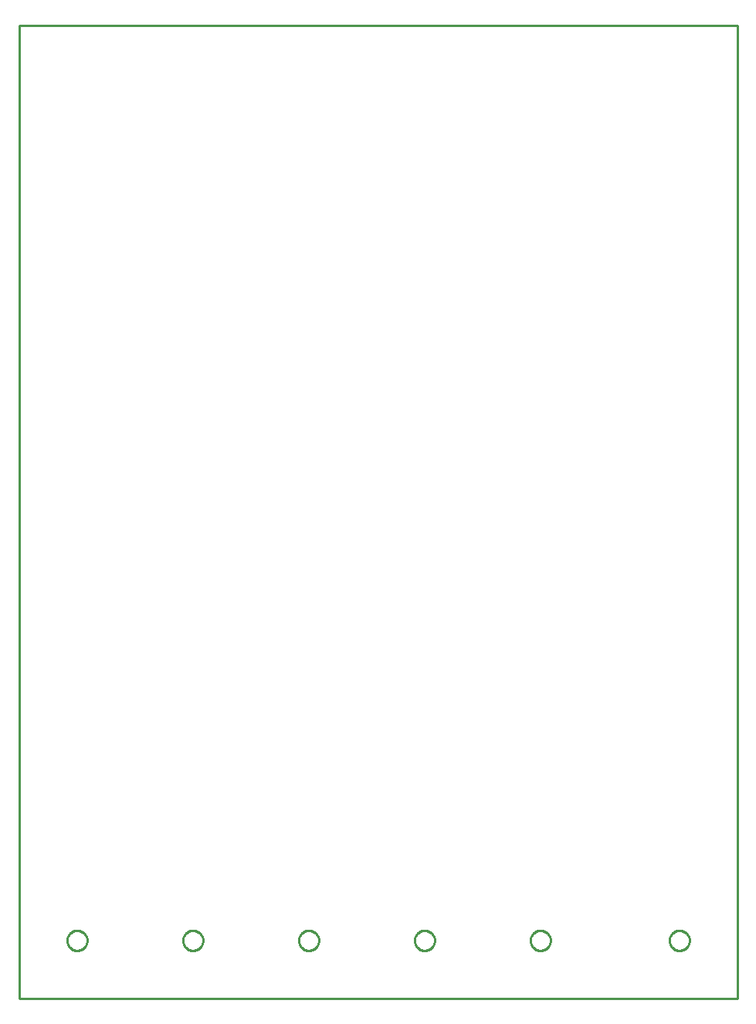
<source format=gko>
G04 EAGLE Gerber RS-274X export*
G75*
%MOMM*%
%FSLAX34Y34*%
%LPD*%
%INBoard Outline*%
%IPPOS*%
%AMOC8*
5,1,8,0,0,1.08239X$1,22.5*%
G01*
%ADD10C,0.000000*%
%ADD11C,0.254000*%


D10*
X0Y0D02*
X787200Y0D01*
X787200Y1066800D01*
X0Y1066800D01*
X0Y0D01*
X52500Y63500D02*
X52503Y63770D01*
X52513Y64040D01*
X52530Y64309D01*
X52553Y64578D01*
X52583Y64847D01*
X52619Y65114D01*
X52662Y65381D01*
X52711Y65646D01*
X52767Y65910D01*
X52830Y66173D01*
X52898Y66434D01*
X52974Y66693D01*
X53055Y66950D01*
X53143Y67206D01*
X53237Y67459D01*
X53337Y67710D01*
X53444Y67958D01*
X53556Y68203D01*
X53675Y68446D01*
X53799Y68685D01*
X53929Y68922D01*
X54065Y69155D01*
X54207Y69385D01*
X54354Y69611D01*
X54507Y69834D01*
X54665Y70053D01*
X54828Y70268D01*
X54997Y70478D01*
X55171Y70685D01*
X55350Y70887D01*
X55533Y71085D01*
X55722Y71278D01*
X55915Y71467D01*
X56113Y71650D01*
X56315Y71829D01*
X56522Y72003D01*
X56732Y72172D01*
X56947Y72335D01*
X57166Y72493D01*
X57389Y72646D01*
X57615Y72793D01*
X57845Y72935D01*
X58078Y73071D01*
X58315Y73201D01*
X58554Y73325D01*
X58797Y73444D01*
X59042Y73556D01*
X59290Y73663D01*
X59541Y73763D01*
X59794Y73857D01*
X60050Y73945D01*
X60307Y74026D01*
X60566Y74102D01*
X60827Y74170D01*
X61090Y74233D01*
X61354Y74289D01*
X61619Y74338D01*
X61886Y74381D01*
X62153Y74417D01*
X62422Y74447D01*
X62691Y74470D01*
X62960Y74487D01*
X63230Y74497D01*
X63500Y74500D01*
X63770Y74497D01*
X64040Y74487D01*
X64309Y74470D01*
X64578Y74447D01*
X64847Y74417D01*
X65114Y74381D01*
X65381Y74338D01*
X65646Y74289D01*
X65910Y74233D01*
X66173Y74170D01*
X66434Y74102D01*
X66693Y74026D01*
X66950Y73945D01*
X67206Y73857D01*
X67459Y73763D01*
X67710Y73663D01*
X67958Y73556D01*
X68203Y73444D01*
X68446Y73325D01*
X68685Y73201D01*
X68922Y73071D01*
X69155Y72935D01*
X69385Y72793D01*
X69611Y72646D01*
X69834Y72493D01*
X70053Y72335D01*
X70268Y72172D01*
X70478Y72003D01*
X70685Y71829D01*
X70887Y71650D01*
X71085Y71467D01*
X71278Y71278D01*
X71467Y71085D01*
X71650Y70887D01*
X71829Y70685D01*
X72003Y70478D01*
X72172Y70268D01*
X72335Y70053D01*
X72493Y69834D01*
X72646Y69611D01*
X72793Y69385D01*
X72935Y69155D01*
X73071Y68922D01*
X73201Y68685D01*
X73325Y68446D01*
X73444Y68203D01*
X73556Y67958D01*
X73663Y67710D01*
X73763Y67459D01*
X73857Y67206D01*
X73945Y66950D01*
X74026Y66693D01*
X74102Y66434D01*
X74170Y66173D01*
X74233Y65910D01*
X74289Y65646D01*
X74338Y65381D01*
X74381Y65114D01*
X74417Y64847D01*
X74447Y64578D01*
X74470Y64309D01*
X74487Y64040D01*
X74497Y63770D01*
X74500Y63500D01*
X74497Y63230D01*
X74487Y62960D01*
X74470Y62691D01*
X74447Y62422D01*
X74417Y62153D01*
X74381Y61886D01*
X74338Y61619D01*
X74289Y61354D01*
X74233Y61090D01*
X74170Y60827D01*
X74102Y60566D01*
X74026Y60307D01*
X73945Y60050D01*
X73857Y59794D01*
X73763Y59541D01*
X73663Y59290D01*
X73556Y59042D01*
X73444Y58797D01*
X73325Y58554D01*
X73201Y58315D01*
X73071Y58078D01*
X72935Y57845D01*
X72793Y57615D01*
X72646Y57389D01*
X72493Y57166D01*
X72335Y56947D01*
X72172Y56732D01*
X72003Y56522D01*
X71829Y56315D01*
X71650Y56113D01*
X71467Y55915D01*
X71278Y55722D01*
X71085Y55533D01*
X70887Y55350D01*
X70685Y55171D01*
X70478Y54997D01*
X70268Y54828D01*
X70053Y54665D01*
X69834Y54507D01*
X69611Y54354D01*
X69385Y54207D01*
X69155Y54065D01*
X68922Y53929D01*
X68685Y53799D01*
X68446Y53675D01*
X68203Y53556D01*
X67958Y53444D01*
X67710Y53337D01*
X67459Y53237D01*
X67206Y53143D01*
X66950Y53055D01*
X66693Y52974D01*
X66434Y52898D01*
X66173Y52830D01*
X65910Y52767D01*
X65646Y52711D01*
X65381Y52662D01*
X65114Y52619D01*
X64847Y52583D01*
X64578Y52553D01*
X64309Y52530D01*
X64040Y52513D01*
X63770Y52503D01*
X63500Y52500D01*
X63230Y52503D01*
X62960Y52513D01*
X62691Y52530D01*
X62422Y52553D01*
X62153Y52583D01*
X61886Y52619D01*
X61619Y52662D01*
X61354Y52711D01*
X61090Y52767D01*
X60827Y52830D01*
X60566Y52898D01*
X60307Y52974D01*
X60050Y53055D01*
X59794Y53143D01*
X59541Y53237D01*
X59290Y53337D01*
X59042Y53444D01*
X58797Y53556D01*
X58554Y53675D01*
X58315Y53799D01*
X58078Y53929D01*
X57845Y54065D01*
X57615Y54207D01*
X57389Y54354D01*
X57166Y54507D01*
X56947Y54665D01*
X56732Y54828D01*
X56522Y54997D01*
X56315Y55171D01*
X56113Y55350D01*
X55915Y55533D01*
X55722Y55722D01*
X55533Y55915D01*
X55350Y56113D01*
X55171Y56315D01*
X54997Y56522D01*
X54828Y56732D01*
X54665Y56947D01*
X54507Y57166D01*
X54354Y57389D01*
X54207Y57615D01*
X54065Y57845D01*
X53929Y58078D01*
X53799Y58315D01*
X53675Y58554D01*
X53556Y58797D01*
X53444Y59042D01*
X53337Y59290D01*
X53237Y59541D01*
X53143Y59794D01*
X53055Y60050D01*
X52974Y60307D01*
X52898Y60566D01*
X52830Y60827D01*
X52767Y61090D01*
X52711Y61354D01*
X52662Y61619D01*
X52619Y61886D01*
X52583Y62153D01*
X52553Y62422D01*
X52530Y62691D01*
X52513Y62960D01*
X52503Y63230D01*
X52500Y63500D01*
X179500Y63500D02*
X179503Y63770D01*
X179513Y64040D01*
X179530Y64309D01*
X179553Y64578D01*
X179583Y64847D01*
X179619Y65114D01*
X179662Y65381D01*
X179711Y65646D01*
X179767Y65910D01*
X179830Y66173D01*
X179898Y66434D01*
X179974Y66693D01*
X180055Y66950D01*
X180143Y67206D01*
X180237Y67459D01*
X180337Y67710D01*
X180444Y67958D01*
X180556Y68203D01*
X180675Y68446D01*
X180799Y68685D01*
X180929Y68922D01*
X181065Y69155D01*
X181207Y69385D01*
X181354Y69611D01*
X181507Y69834D01*
X181665Y70053D01*
X181828Y70268D01*
X181997Y70478D01*
X182171Y70685D01*
X182350Y70887D01*
X182533Y71085D01*
X182722Y71278D01*
X182915Y71467D01*
X183113Y71650D01*
X183315Y71829D01*
X183522Y72003D01*
X183732Y72172D01*
X183947Y72335D01*
X184166Y72493D01*
X184389Y72646D01*
X184615Y72793D01*
X184845Y72935D01*
X185078Y73071D01*
X185315Y73201D01*
X185554Y73325D01*
X185797Y73444D01*
X186042Y73556D01*
X186290Y73663D01*
X186541Y73763D01*
X186794Y73857D01*
X187050Y73945D01*
X187307Y74026D01*
X187566Y74102D01*
X187827Y74170D01*
X188090Y74233D01*
X188354Y74289D01*
X188619Y74338D01*
X188886Y74381D01*
X189153Y74417D01*
X189422Y74447D01*
X189691Y74470D01*
X189960Y74487D01*
X190230Y74497D01*
X190500Y74500D01*
X190770Y74497D01*
X191040Y74487D01*
X191309Y74470D01*
X191578Y74447D01*
X191847Y74417D01*
X192114Y74381D01*
X192381Y74338D01*
X192646Y74289D01*
X192910Y74233D01*
X193173Y74170D01*
X193434Y74102D01*
X193693Y74026D01*
X193950Y73945D01*
X194206Y73857D01*
X194459Y73763D01*
X194710Y73663D01*
X194958Y73556D01*
X195203Y73444D01*
X195446Y73325D01*
X195685Y73201D01*
X195922Y73071D01*
X196155Y72935D01*
X196385Y72793D01*
X196611Y72646D01*
X196834Y72493D01*
X197053Y72335D01*
X197268Y72172D01*
X197478Y72003D01*
X197685Y71829D01*
X197887Y71650D01*
X198085Y71467D01*
X198278Y71278D01*
X198467Y71085D01*
X198650Y70887D01*
X198829Y70685D01*
X199003Y70478D01*
X199172Y70268D01*
X199335Y70053D01*
X199493Y69834D01*
X199646Y69611D01*
X199793Y69385D01*
X199935Y69155D01*
X200071Y68922D01*
X200201Y68685D01*
X200325Y68446D01*
X200444Y68203D01*
X200556Y67958D01*
X200663Y67710D01*
X200763Y67459D01*
X200857Y67206D01*
X200945Y66950D01*
X201026Y66693D01*
X201102Y66434D01*
X201170Y66173D01*
X201233Y65910D01*
X201289Y65646D01*
X201338Y65381D01*
X201381Y65114D01*
X201417Y64847D01*
X201447Y64578D01*
X201470Y64309D01*
X201487Y64040D01*
X201497Y63770D01*
X201500Y63500D01*
X201497Y63230D01*
X201487Y62960D01*
X201470Y62691D01*
X201447Y62422D01*
X201417Y62153D01*
X201381Y61886D01*
X201338Y61619D01*
X201289Y61354D01*
X201233Y61090D01*
X201170Y60827D01*
X201102Y60566D01*
X201026Y60307D01*
X200945Y60050D01*
X200857Y59794D01*
X200763Y59541D01*
X200663Y59290D01*
X200556Y59042D01*
X200444Y58797D01*
X200325Y58554D01*
X200201Y58315D01*
X200071Y58078D01*
X199935Y57845D01*
X199793Y57615D01*
X199646Y57389D01*
X199493Y57166D01*
X199335Y56947D01*
X199172Y56732D01*
X199003Y56522D01*
X198829Y56315D01*
X198650Y56113D01*
X198467Y55915D01*
X198278Y55722D01*
X198085Y55533D01*
X197887Y55350D01*
X197685Y55171D01*
X197478Y54997D01*
X197268Y54828D01*
X197053Y54665D01*
X196834Y54507D01*
X196611Y54354D01*
X196385Y54207D01*
X196155Y54065D01*
X195922Y53929D01*
X195685Y53799D01*
X195446Y53675D01*
X195203Y53556D01*
X194958Y53444D01*
X194710Y53337D01*
X194459Y53237D01*
X194206Y53143D01*
X193950Y53055D01*
X193693Y52974D01*
X193434Y52898D01*
X193173Y52830D01*
X192910Y52767D01*
X192646Y52711D01*
X192381Y52662D01*
X192114Y52619D01*
X191847Y52583D01*
X191578Y52553D01*
X191309Y52530D01*
X191040Y52513D01*
X190770Y52503D01*
X190500Y52500D01*
X190230Y52503D01*
X189960Y52513D01*
X189691Y52530D01*
X189422Y52553D01*
X189153Y52583D01*
X188886Y52619D01*
X188619Y52662D01*
X188354Y52711D01*
X188090Y52767D01*
X187827Y52830D01*
X187566Y52898D01*
X187307Y52974D01*
X187050Y53055D01*
X186794Y53143D01*
X186541Y53237D01*
X186290Y53337D01*
X186042Y53444D01*
X185797Y53556D01*
X185554Y53675D01*
X185315Y53799D01*
X185078Y53929D01*
X184845Y54065D01*
X184615Y54207D01*
X184389Y54354D01*
X184166Y54507D01*
X183947Y54665D01*
X183732Y54828D01*
X183522Y54997D01*
X183315Y55171D01*
X183113Y55350D01*
X182915Y55533D01*
X182722Y55722D01*
X182533Y55915D01*
X182350Y56113D01*
X182171Y56315D01*
X181997Y56522D01*
X181828Y56732D01*
X181665Y56947D01*
X181507Y57166D01*
X181354Y57389D01*
X181207Y57615D01*
X181065Y57845D01*
X180929Y58078D01*
X180799Y58315D01*
X180675Y58554D01*
X180556Y58797D01*
X180444Y59042D01*
X180337Y59290D01*
X180237Y59541D01*
X180143Y59794D01*
X180055Y60050D01*
X179974Y60307D01*
X179898Y60566D01*
X179830Y60827D01*
X179767Y61090D01*
X179711Y61354D01*
X179662Y61619D01*
X179619Y61886D01*
X179583Y62153D01*
X179553Y62422D01*
X179530Y62691D01*
X179513Y62960D01*
X179503Y63230D01*
X179500Y63500D01*
X306500Y63500D02*
X306503Y63770D01*
X306513Y64040D01*
X306530Y64309D01*
X306553Y64578D01*
X306583Y64847D01*
X306619Y65114D01*
X306662Y65381D01*
X306711Y65646D01*
X306767Y65910D01*
X306830Y66173D01*
X306898Y66434D01*
X306974Y66693D01*
X307055Y66950D01*
X307143Y67206D01*
X307237Y67459D01*
X307337Y67710D01*
X307444Y67958D01*
X307556Y68203D01*
X307675Y68446D01*
X307799Y68685D01*
X307929Y68922D01*
X308065Y69155D01*
X308207Y69385D01*
X308354Y69611D01*
X308507Y69834D01*
X308665Y70053D01*
X308828Y70268D01*
X308997Y70478D01*
X309171Y70685D01*
X309350Y70887D01*
X309533Y71085D01*
X309722Y71278D01*
X309915Y71467D01*
X310113Y71650D01*
X310315Y71829D01*
X310522Y72003D01*
X310732Y72172D01*
X310947Y72335D01*
X311166Y72493D01*
X311389Y72646D01*
X311615Y72793D01*
X311845Y72935D01*
X312078Y73071D01*
X312315Y73201D01*
X312554Y73325D01*
X312797Y73444D01*
X313042Y73556D01*
X313290Y73663D01*
X313541Y73763D01*
X313794Y73857D01*
X314050Y73945D01*
X314307Y74026D01*
X314566Y74102D01*
X314827Y74170D01*
X315090Y74233D01*
X315354Y74289D01*
X315619Y74338D01*
X315886Y74381D01*
X316153Y74417D01*
X316422Y74447D01*
X316691Y74470D01*
X316960Y74487D01*
X317230Y74497D01*
X317500Y74500D01*
X317770Y74497D01*
X318040Y74487D01*
X318309Y74470D01*
X318578Y74447D01*
X318847Y74417D01*
X319114Y74381D01*
X319381Y74338D01*
X319646Y74289D01*
X319910Y74233D01*
X320173Y74170D01*
X320434Y74102D01*
X320693Y74026D01*
X320950Y73945D01*
X321206Y73857D01*
X321459Y73763D01*
X321710Y73663D01*
X321958Y73556D01*
X322203Y73444D01*
X322446Y73325D01*
X322685Y73201D01*
X322922Y73071D01*
X323155Y72935D01*
X323385Y72793D01*
X323611Y72646D01*
X323834Y72493D01*
X324053Y72335D01*
X324268Y72172D01*
X324478Y72003D01*
X324685Y71829D01*
X324887Y71650D01*
X325085Y71467D01*
X325278Y71278D01*
X325467Y71085D01*
X325650Y70887D01*
X325829Y70685D01*
X326003Y70478D01*
X326172Y70268D01*
X326335Y70053D01*
X326493Y69834D01*
X326646Y69611D01*
X326793Y69385D01*
X326935Y69155D01*
X327071Y68922D01*
X327201Y68685D01*
X327325Y68446D01*
X327444Y68203D01*
X327556Y67958D01*
X327663Y67710D01*
X327763Y67459D01*
X327857Y67206D01*
X327945Y66950D01*
X328026Y66693D01*
X328102Y66434D01*
X328170Y66173D01*
X328233Y65910D01*
X328289Y65646D01*
X328338Y65381D01*
X328381Y65114D01*
X328417Y64847D01*
X328447Y64578D01*
X328470Y64309D01*
X328487Y64040D01*
X328497Y63770D01*
X328500Y63500D01*
X328497Y63230D01*
X328487Y62960D01*
X328470Y62691D01*
X328447Y62422D01*
X328417Y62153D01*
X328381Y61886D01*
X328338Y61619D01*
X328289Y61354D01*
X328233Y61090D01*
X328170Y60827D01*
X328102Y60566D01*
X328026Y60307D01*
X327945Y60050D01*
X327857Y59794D01*
X327763Y59541D01*
X327663Y59290D01*
X327556Y59042D01*
X327444Y58797D01*
X327325Y58554D01*
X327201Y58315D01*
X327071Y58078D01*
X326935Y57845D01*
X326793Y57615D01*
X326646Y57389D01*
X326493Y57166D01*
X326335Y56947D01*
X326172Y56732D01*
X326003Y56522D01*
X325829Y56315D01*
X325650Y56113D01*
X325467Y55915D01*
X325278Y55722D01*
X325085Y55533D01*
X324887Y55350D01*
X324685Y55171D01*
X324478Y54997D01*
X324268Y54828D01*
X324053Y54665D01*
X323834Y54507D01*
X323611Y54354D01*
X323385Y54207D01*
X323155Y54065D01*
X322922Y53929D01*
X322685Y53799D01*
X322446Y53675D01*
X322203Y53556D01*
X321958Y53444D01*
X321710Y53337D01*
X321459Y53237D01*
X321206Y53143D01*
X320950Y53055D01*
X320693Y52974D01*
X320434Y52898D01*
X320173Y52830D01*
X319910Y52767D01*
X319646Y52711D01*
X319381Y52662D01*
X319114Y52619D01*
X318847Y52583D01*
X318578Y52553D01*
X318309Y52530D01*
X318040Y52513D01*
X317770Y52503D01*
X317500Y52500D01*
X317230Y52503D01*
X316960Y52513D01*
X316691Y52530D01*
X316422Y52553D01*
X316153Y52583D01*
X315886Y52619D01*
X315619Y52662D01*
X315354Y52711D01*
X315090Y52767D01*
X314827Y52830D01*
X314566Y52898D01*
X314307Y52974D01*
X314050Y53055D01*
X313794Y53143D01*
X313541Y53237D01*
X313290Y53337D01*
X313042Y53444D01*
X312797Y53556D01*
X312554Y53675D01*
X312315Y53799D01*
X312078Y53929D01*
X311845Y54065D01*
X311615Y54207D01*
X311389Y54354D01*
X311166Y54507D01*
X310947Y54665D01*
X310732Y54828D01*
X310522Y54997D01*
X310315Y55171D01*
X310113Y55350D01*
X309915Y55533D01*
X309722Y55722D01*
X309533Y55915D01*
X309350Y56113D01*
X309171Y56315D01*
X308997Y56522D01*
X308828Y56732D01*
X308665Y56947D01*
X308507Y57166D01*
X308354Y57389D01*
X308207Y57615D01*
X308065Y57845D01*
X307929Y58078D01*
X307799Y58315D01*
X307675Y58554D01*
X307556Y58797D01*
X307444Y59042D01*
X307337Y59290D01*
X307237Y59541D01*
X307143Y59794D01*
X307055Y60050D01*
X306974Y60307D01*
X306898Y60566D01*
X306830Y60827D01*
X306767Y61090D01*
X306711Y61354D01*
X306662Y61619D01*
X306619Y61886D01*
X306583Y62153D01*
X306553Y62422D01*
X306530Y62691D01*
X306513Y62960D01*
X306503Y63230D01*
X306500Y63500D01*
X433500Y63500D02*
X433503Y63770D01*
X433513Y64040D01*
X433530Y64309D01*
X433553Y64578D01*
X433583Y64847D01*
X433619Y65114D01*
X433662Y65381D01*
X433711Y65646D01*
X433767Y65910D01*
X433830Y66173D01*
X433898Y66434D01*
X433974Y66693D01*
X434055Y66950D01*
X434143Y67206D01*
X434237Y67459D01*
X434337Y67710D01*
X434444Y67958D01*
X434556Y68203D01*
X434675Y68446D01*
X434799Y68685D01*
X434929Y68922D01*
X435065Y69155D01*
X435207Y69385D01*
X435354Y69611D01*
X435507Y69834D01*
X435665Y70053D01*
X435828Y70268D01*
X435997Y70478D01*
X436171Y70685D01*
X436350Y70887D01*
X436533Y71085D01*
X436722Y71278D01*
X436915Y71467D01*
X437113Y71650D01*
X437315Y71829D01*
X437522Y72003D01*
X437732Y72172D01*
X437947Y72335D01*
X438166Y72493D01*
X438389Y72646D01*
X438615Y72793D01*
X438845Y72935D01*
X439078Y73071D01*
X439315Y73201D01*
X439554Y73325D01*
X439797Y73444D01*
X440042Y73556D01*
X440290Y73663D01*
X440541Y73763D01*
X440794Y73857D01*
X441050Y73945D01*
X441307Y74026D01*
X441566Y74102D01*
X441827Y74170D01*
X442090Y74233D01*
X442354Y74289D01*
X442619Y74338D01*
X442886Y74381D01*
X443153Y74417D01*
X443422Y74447D01*
X443691Y74470D01*
X443960Y74487D01*
X444230Y74497D01*
X444500Y74500D01*
X444770Y74497D01*
X445040Y74487D01*
X445309Y74470D01*
X445578Y74447D01*
X445847Y74417D01*
X446114Y74381D01*
X446381Y74338D01*
X446646Y74289D01*
X446910Y74233D01*
X447173Y74170D01*
X447434Y74102D01*
X447693Y74026D01*
X447950Y73945D01*
X448206Y73857D01*
X448459Y73763D01*
X448710Y73663D01*
X448958Y73556D01*
X449203Y73444D01*
X449446Y73325D01*
X449685Y73201D01*
X449922Y73071D01*
X450155Y72935D01*
X450385Y72793D01*
X450611Y72646D01*
X450834Y72493D01*
X451053Y72335D01*
X451268Y72172D01*
X451478Y72003D01*
X451685Y71829D01*
X451887Y71650D01*
X452085Y71467D01*
X452278Y71278D01*
X452467Y71085D01*
X452650Y70887D01*
X452829Y70685D01*
X453003Y70478D01*
X453172Y70268D01*
X453335Y70053D01*
X453493Y69834D01*
X453646Y69611D01*
X453793Y69385D01*
X453935Y69155D01*
X454071Y68922D01*
X454201Y68685D01*
X454325Y68446D01*
X454444Y68203D01*
X454556Y67958D01*
X454663Y67710D01*
X454763Y67459D01*
X454857Y67206D01*
X454945Y66950D01*
X455026Y66693D01*
X455102Y66434D01*
X455170Y66173D01*
X455233Y65910D01*
X455289Y65646D01*
X455338Y65381D01*
X455381Y65114D01*
X455417Y64847D01*
X455447Y64578D01*
X455470Y64309D01*
X455487Y64040D01*
X455497Y63770D01*
X455500Y63500D01*
X455497Y63230D01*
X455487Y62960D01*
X455470Y62691D01*
X455447Y62422D01*
X455417Y62153D01*
X455381Y61886D01*
X455338Y61619D01*
X455289Y61354D01*
X455233Y61090D01*
X455170Y60827D01*
X455102Y60566D01*
X455026Y60307D01*
X454945Y60050D01*
X454857Y59794D01*
X454763Y59541D01*
X454663Y59290D01*
X454556Y59042D01*
X454444Y58797D01*
X454325Y58554D01*
X454201Y58315D01*
X454071Y58078D01*
X453935Y57845D01*
X453793Y57615D01*
X453646Y57389D01*
X453493Y57166D01*
X453335Y56947D01*
X453172Y56732D01*
X453003Y56522D01*
X452829Y56315D01*
X452650Y56113D01*
X452467Y55915D01*
X452278Y55722D01*
X452085Y55533D01*
X451887Y55350D01*
X451685Y55171D01*
X451478Y54997D01*
X451268Y54828D01*
X451053Y54665D01*
X450834Y54507D01*
X450611Y54354D01*
X450385Y54207D01*
X450155Y54065D01*
X449922Y53929D01*
X449685Y53799D01*
X449446Y53675D01*
X449203Y53556D01*
X448958Y53444D01*
X448710Y53337D01*
X448459Y53237D01*
X448206Y53143D01*
X447950Y53055D01*
X447693Y52974D01*
X447434Y52898D01*
X447173Y52830D01*
X446910Y52767D01*
X446646Y52711D01*
X446381Y52662D01*
X446114Y52619D01*
X445847Y52583D01*
X445578Y52553D01*
X445309Y52530D01*
X445040Y52513D01*
X444770Y52503D01*
X444500Y52500D01*
X444230Y52503D01*
X443960Y52513D01*
X443691Y52530D01*
X443422Y52553D01*
X443153Y52583D01*
X442886Y52619D01*
X442619Y52662D01*
X442354Y52711D01*
X442090Y52767D01*
X441827Y52830D01*
X441566Y52898D01*
X441307Y52974D01*
X441050Y53055D01*
X440794Y53143D01*
X440541Y53237D01*
X440290Y53337D01*
X440042Y53444D01*
X439797Y53556D01*
X439554Y53675D01*
X439315Y53799D01*
X439078Y53929D01*
X438845Y54065D01*
X438615Y54207D01*
X438389Y54354D01*
X438166Y54507D01*
X437947Y54665D01*
X437732Y54828D01*
X437522Y54997D01*
X437315Y55171D01*
X437113Y55350D01*
X436915Y55533D01*
X436722Y55722D01*
X436533Y55915D01*
X436350Y56113D01*
X436171Y56315D01*
X435997Y56522D01*
X435828Y56732D01*
X435665Y56947D01*
X435507Y57166D01*
X435354Y57389D01*
X435207Y57615D01*
X435065Y57845D01*
X434929Y58078D01*
X434799Y58315D01*
X434675Y58554D01*
X434556Y58797D01*
X434444Y59042D01*
X434337Y59290D01*
X434237Y59541D01*
X434143Y59794D01*
X434055Y60050D01*
X433974Y60307D01*
X433898Y60566D01*
X433830Y60827D01*
X433767Y61090D01*
X433711Y61354D01*
X433662Y61619D01*
X433619Y61886D01*
X433583Y62153D01*
X433553Y62422D01*
X433530Y62691D01*
X433513Y62960D01*
X433503Y63230D01*
X433500Y63500D01*
X560500Y63500D02*
X560503Y63770D01*
X560513Y64040D01*
X560530Y64309D01*
X560553Y64578D01*
X560583Y64847D01*
X560619Y65114D01*
X560662Y65381D01*
X560711Y65646D01*
X560767Y65910D01*
X560830Y66173D01*
X560898Y66434D01*
X560974Y66693D01*
X561055Y66950D01*
X561143Y67206D01*
X561237Y67459D01*
X561337Y67710D01*
X561444Y67958D01*
X561556Y68203D01*
X561675Y68446D01*
X561799Y68685D01*
X561929Y68922D01*
X562065Y69155D01*
X562207Y69385D01*
X562354Y69611D01*
X562507Y69834D01*
X562665Y70053D01*
X562828Y70268D01*
X562997Y70478D01*
X563171Y70685D01*
X563350Y70887D01*
X563533Y71085D01*
X563722Y71278D01*
X563915Y71467D01*
X564113Y71650D01*
X564315Y71829D01*
X564522Y72003D01*
X564732Y72172D01*
X564947Y72335D01*
X565166Y72493D01*
X565389Y72646D01*
X565615Y72793D01*
X565845Y72935D01*
X566078Y73071D01*
X566315Y73201D01*
X566554Y73325D01*
X566797Y73444D01*
X567042Y73556D01*
X567290Y73663D01*
X567541Y73763D01*
X567794Y73857D01*
X568050Y73945D01*
X568307Y74026D01*
X568566Y74102D01*
X568827Y74170D01*
X569090Y74233D01*
X569354Y74289D01*
X569619Y74338D01*
X569886Y74381D01*
X570153Y74417D01*
X570422Y74447D01*
X570691Y74470D01*
X570960Y74487D01*
X571230Y74497D01*
X571500Y74500D01*
X571770Y74497D01*
X572040Y74487D01*
X572309Y74470D01*
X572578Y74447D01*
X572847Y74417D01*
X573114Y74381D01*
X573381Y74338D01*
X573646Y74289D01*
X573910Y74233D01*
X574173Y74170D01*
X574434Y74102D01*
X574693Y74026D01*
X574950Y73945D01*
X575206Y73857D01*
X575459Y73763D01*
X575710Y73663D01*
X575958Y73556D01*
X576203Y73444D01*
X576446Y73325D01*
X576685Y73201D01*
X576922Y73071D01*
X577155Y72935D01*
X577385Y72793D01*
X577611Y72646D01*
X577834Y72493D01*
X578053Y72335D01*
X578268Y72172D01*
X578478Y72003D01*
X578685Y71829D01*
X578887Y71650D01*
X579085Y71467D01*
X579278Y71278D01*
X579467Y71085D01*
X579650Y70887D01*
X579829Y70685D01*
X580003Y70478D01*
X580172Y70268D01*
X580335Y70053D01*
X580493Y69834D01*
X580646Y69611D01*
X580793Y69385D01*
X580935Y69155D01*
X581071Y68922D01*
X581201Y68685D01*
X581325Y68446D01*
X581444Y68203D01*
X581556Y67958D01*
X581663Y67710D01*
X581763Y67459D01*
X581857Y67206D01*
X581945Y66950D01*
X582026Y66693D01*
X582102Y66434D01*
X582170Y66173D01*
X582233Y65910D01*
X582289Y65646D01*
X582338Y65381D01*
X582381Y65114D01*
X582417Y64847D01*
X582447Y64578D01*
X582470Y64309D01*
X582487Y64040D01*
X582497Y63770D01*
X582500Y63500D01*
X582497Y63230D01*
X582487Y62960D01*
X582470Y62691D01*
X582447Y62422D01*
X582417Y62153D01*
X582381Y61886D01*
X582338Y61619D01*
X582289Y61354D01*
X582233Y61090D01*
X582170Y60827D01*
X582102Y60566D01*
X582026Y60307D01*
X581945Y60050D01*
X581857Y59794D01*
X581763Y59541D01*
X581663Y59290D01*
X581556Y59042D01*
X581444Y58797D01*
X581325Y58554D01*
X581201Y58315D01*
X581071Y58078D01*
X580935Y57845D01*
X580793Y57615D01*
X580646Y57389D01*
X580493Y57166D01*
X580335Y56947D01*
X580172Y56732D01*
X580003Y56522D01*
X579829Y56315D01*
X579650Y56113D01*
X579467Y55915D01*
X579278Y55722D01*
X579085Y55533D01*
X578887Y55350D01*
X578685Y55171D01*
X578478Y54997D01*
X578268Y54828D01*
X578053Y54665D01*
X577834Y54507D01*
X577611Y54354D01*
X577385Y54207D01*
X577155Y54065D01*
X576922Y53929D01*
X576685Y53799D01*
X576446Y53675D01*
X576203Y53556D01*
X575958Y53444D01*
X575710Y53337D01*
X575459Y53237D01*
X575206Y53143D01*
X574950Y53055D01*
X574693Y52974D01*
X574434Y52898D01*
X574173Y52830D01*
X573910Y52767D01*
X573646Y52711D01*
X573381Y52662D01*
X573114Y52619D01*
X572847Y52583D01*
X572578Y52553D01*
X572309Y52530D01*
X572040Y52513D01*
X571770Y52503D01*
X571500Y52500D01*
X571230Y52503D01*
X570960Y52513D01*
X570691Y52530D01*
X570422Y52553D01*
X570153Y52583D01*
X569886Y52619D01*
X569619Y52662D01*
X569354Y52711D01*
X569090Y52767D01*
X568827Y52830D01*
X568566Y52898D01*
X568307Y52974D01*
X568050Y53055D01*
X567794Y53143D01*
X567541Y53237D01*
X567290Y53337D01*
X567042Y53444D01*
X566797Y53556D01*
X566554Y53675D01*
X566315Y53799D01*
X566078Y53929D01*
X565845Y54065D01*
X565615Y54207D01*
X565389Y54354D01*
X565166Y54507D01*
X564947Y54665D01*
X564732Y54828D01*
X564522Y54997D01*
X564315Y55171D01*
X564113Y55350D01*
X563915Y55533D01*
X563722Y55722D01*
X563533Y55915D01*
X563350Y56113D01*
X563171Y56315D01*
X562997Y56522D01*
X562828Y56732D01*
X562665Y56947D01*
X562507Y57166D01*
X562354Y57389D01*
X562207Y57615D01*
X562065Y57845D01*
X561929Y58078D01*
X561799Y58315D01*
X561675Y58554D01*
X561556Y58797D01*
X561444Y59042D01*
X561337Y59290D01*
X561237Y59541D01*
X561143Y59794D01*
X561055Y60050D01*
X560974Y60307D01*
X560898Y60566D01*
X560830Y60827D01*
X560767Y61090D01*
X560711Y61354D01*
X560662Y61619D01*
X560619Y61886D01*
X560583Y62153D01*
X560553Y62422D01*
X560530Y62691D01*
X560513Y62960D01*
X560503Y63230D01*
X560500Y63500D01*
X712900Y63500D02*
X712903Y63770D01*
X712913Y64040D01*
X712930Y64309D01*
X712953Y64578D01*
X712983Y64847D01*
X713019Y65114D01*
X713062Y65381D01*
X713111Y65646D01*
X713167Y65910D01*
X713230Y66173D01*
X713298Y66434D01*
X713374Y66693D01*
X713455Y66950D01*
X713543Y67206D01*
X713637Y67459D01*
X713737Y67710D01*
X713844Y67958D01*
X713956Y68203D01*
X714075Y68446D01*
X714199Y68685D01*
X714329Y68922D01*
X714465Y69155D01*
X714607Y69385D01*
X714754Y69611D01*
X714907Y69834D01*
X715065Y70053D01*
X715228Y70268D01*
X715397Y70478D01*
X715571Y70685D01*
X715750Y70887D01*
X715933Y71085D01*
X716122Y71278D01*
X716315Y71467D01*
X716513Y71650D01*
X716715Y71829D01*
X716922Y72003D01*
X717132Y72172D01*
X717347Y72335D01*
X717566Y72493D01*
X717789Y72646D01*
X718015Y72793D01*
X718245Y72935D01*
X718478Y73071D01*
X718715Y73201D01*
X718954Y73325D01*
X719197Y73444D01*
X719442Y73556D01*
X719690Y73663D01*
X719941Y73763D01*
X720194Y73857D01*
X720450Y73945D01*
X720707Y74026D01*
X720966Y74102D01*
X721227Y74170D01*
X721490Y74233D01*
X721754Y74289D01*
X722019Y74338D01*
X722286Y74381D01*
X722553Y74417D01*
X722822Y74447D01*
X723091Y74470D01*
X723360Y74487D01*
X723630Y74497D01*
X723900Y74500D01*
X724170Y74497D01*
X724440Y74487D01*
X724709Y74470D01*
X724978Y74447D01*
X725247Y74417D01*
X725514Y74381D01*
X725781Y74338D01*
X726046Y74289D01*
X726310Y74233D01*
X726573Y74170D01*
X726834Y74102D01*
X727093Y74026D01*
X727350Y73945D01*
X727606Y73857D01*
X727859Y73763D01*
X728110Y73663D01*
X728358Y73556D01*
X728603Y73444D01*
X728846Y73325D01*
X729085Y73201D01*
X729322Y73071D01*
X729555Y72935D01*
X729785Y72793D01*
X730011Y72646D01*
X730234Y72493D01*
X730453Y72335D01*
X730668Y72172D01*
X730878Y72003D01*
X731085Y71829D01*
X731287Y71650D01*
X731485Y71467D01*
X731678Y71278D01*
X731867Y71085D01*
X732050Y70887D01*
X732229Y70685D01*
X732403Y70478D01*
X732572Y70268D01*
X732735Y70053D01*
X732893Y69834D01*
X733046Y69611D01*
X733193Y69385D01*
X733335Y69155D01*
X733471Y68922D01*
X733601Y68685D01*
X733725Y68446D01*
X733844Y68203D01*
X733956Y67958D01*
X734063Y67710D01*
X734163Y67459D01*
X734257Y67206D01*
X734345Y66950D01*
X734426Y66693D01*
X734502Y66434D01*
X734570Y66173D01*
X734633Y65910D01*
X734689Y65646D01*
X734738Y65381D01*
X734781Y65114D01*
X734817Y64847D01*
X734847Y64578D01*
X734870Y64309D01*
X734887Y64040D01*
X734897Y63770D01*
X734900Y63500D01*
X734897Y63230D01*
X734887Y62960D01*
X734870Y62691D01*
X734847Y62422D01*
X734817Y62153D01*
X734781Y61886D01*
X734738Y61619D01*
X734689Y61354D01*
X734633Y61090D01*
X734570Y60827D01*
X734502Y60566D01*
X734426Y60307D01*
X734345Y60050D01*
X734257Y59794D01*
X734163Y59541D01*
X734063Y59290D01*
X733956Y59042D01*
X733844Y58797D01*
X733725Y58554D01*
X733601Y58315D01*
X733471Y58078D01*
X733335Y57845D01*
X733193Y57615D01*
X733046Y57389D01*
X732893Y57166D01*
X732735Y56947D01*
X732572Y56732D01*
X732403Y56522D01*
X732229Y56315D01*
X732050Y56113D01*
X731867Y55915D01*
X731678Y55722D01*
X731485Y55533D01*
X731287Y55350D01*
X731085Y55171D01*
X730878Y54997D01*
X730668Y54828D01*
X730453Y54665D01*
X730234Y54507D01*
X730011Y54354D01*
X729785Y54207D01*
X729555Y54065D01*
X729322Y53929D01*
X729085Y53799D01*
X728846Y53675D01*
X728603Y53556D01*
X728358Y53444D01*
X728110Y53337D01*
X727859Y53237D01*
X727606Y53143D01*
X727350Y53055D01*
X727093Y52974D01*
X726834Y52898D01*
X726573Y52830D01*
X726310Y52767D01*
X726046Y52711D01*
X725781Y52662D01*
X725514Y52619D01*
X725247Y52583D01*
X724978Y52553D01*
X724709Y52530D01*
X724440Y52513D01*
X724170Y52503D01*
X723900Y52500D01*
X723630Y52503D01*
X723360Y52513D01*
X723091Y52530D01*
X722822Y52553D01*
X722553Y52583D01*
X722286Y52619D01*
X722019Y52662D01*
X721754Y52711D01*
X721490Y52767D01*
X721227Y52830D01*
X720966Y52898D01*
X720707Y52974D01*
X720450Y53055D01*
X720194Y53143D01*
X719941Y53237D01*
X719690Y53337D01*
X719442Y53444D01*
X719197Y53556D01*
X718954Y53675D01*
X718715Y53799D01*
X718478Y53929D01*
X718245Y54065D01*
X718015Y54207D01*
X717789Y54354D01*
X717566Y54507D01*
X717347Y54665D01*
X717132Y54828D01*
X716922Y54997D01*
X716715Y55171D01*
X716513Y55350D01*
X716315Y55533D01*
X716122Y55722D01*
X715933Y55915D01*
X715750Y56113D01*
X715571Y56315D01*
X715397Y56522D01*
X715228Y56732D01*
X715065Y56947D01*
X714907Y57166D01*
X714754Y57389D01*
X714607Y57615D01*
X714465Y57845D01*
X714329Y58078D01*
X714199Y58315D01*
X714075Y58554D01*
X713956Y58797D01*
X713844Y59042D01*
X713737Y59290D01*
X713637Y59541D01*
X713543Y59794D01*
X713455Y60050D01*
X713374Y60307D01*
X713298Y60566D01*
X713230Y60827D01*
X713167Y61090D01*
X713111Y61354D01*
X713062Y61619D01*
X713019Y61886D01*
X712983Y62153D01*
X712953Y62422D01*
X712930Y62691D01*
X712913Y62960D01*
X712903Y63230D01*
X712900Y63500D01*
D11*
X0Y0D02*
X787200Y0D01*
X787200Y1066800D01*
X0Y1066800D01*
X0Y0D01*
X63932Y74500D02*
X64794Y74432D01*
X65648Y74297D01*
X66488Y74095D01*
X67310Y73828D01*
X68109Y73497D01*
X68879Y73105D01*
X69616Y72653D01*
X70315Y72145D01*
X70973Y71584D01*
X71584Y70973D01*
X72145Y70315D01*
X72653Y69616D01*
X73105Y68879D01*
X73497Y68109D01*
X73828Y67310D01*
X74095Y66488D01*
X74297Y65648D01*
X74432Y64794D01*
X74500Y63932D01*
X74500Y63068D01*
X74432Y62206D01*
X74297Y61352D01*
X74095Y60512D01*
X73828Y59690D01*
X73497Y58891D01*
X73105Y58121D01*
X72653Y57384D01*
X72145Y56685D01*
X71584Y56027D01*
X70973Y55416D01*
X70315Y54855D01*
X69616Y54347D01*
X68879Y53895D01*
X68109Y53503D01*
X67310Y53172D01*
X66488Y52905D01*
X65648Y52703D01*
X64794Y52568D01*
X63932Y52500D01*
X63068Y52500D01*
X62206Y52568D01*
X61352Y52703D01*
X60512Y52905D01*
X59690Y53172D01*
X58891Y53503D01*
X58121Y53895D01*
X57384Y54347D01*
X56685Y54855D01*
X56027Y55416D01*
X55416Y56027D01*
X54855Y56685D01*
X54347Y57384D01*
X53895Y58121D01*
X53503Y58891D01*
X53172Y59690D01*
X52905Y60512D01*
X52703Y61352D01*
X52568Y62206D01*
X52500Y63068D01*
X52500Y63932D01*
X52568Y64794D01*
X52703Y65648D01*
X52905Y66488D01*
X53172Y67310D01*
X53503Y68109D01*
X53895Y68879D01*
X54347Y69616D01*
X54855Y70315D01*
X55416Y70973D01*
X56027Y71584D01*
X56685Y72145D01*
X57384Y72653D01*
X58121Y73105D01*
X58891Y73497D01*
X59690Y73828D01*
X60512Y74095D01*
X61352Y74297D01*
X62206Y74432D01*
X63068Y74500D01*
X63932Y74500D01*
X190932Y74500D02*
X191794Y74432D01*
X192648Y74297D01*
X193488Y74095D01*
X194310Y73828D01*
X195109Y73497D01*
X195879Y73105D01*
X196616Y72653D01*
X197315Y72145D01*
X197973Y71584D01*
X198584Y70973D01*
X199145Y70315D01*
X199653Y69616D01*
X200105Y68879D01*
X200497Y68109D01*
X200828Y67310D01*
X201095Y66488D01*
X201297Y65648D01*
X201432Y64794D01*
X201500Y63932D01*
X201500Y63068D01*
X201432Y62206D01*
X201297Y61352D01*
X201095Y60512D01*
X200828Y59690D01*
X200497Y58891D01*
X200105Y58121D01*
X199653Y57384D01*
X199145Y56685D01*
X198584Y56027D01*
X197973Y55416D01*
X197315Y54855D01*
X196616Y54347D01*
X195879Y53895D01*
X195109Y53503D01*
X194310Y53172D01*
X193488Y52905D01*
X192648Y52703D01*
X191794Y52568D01*
X190932Y52500D01*
X190068Y52500D01*
X189206Y52568D01*
X188352Y52703D01*
X187512Y52905D01*
X186690Y53172D01*
X185891Y53503D01*
X185121Y53895D01*
X184384Y54347D01*
X183685Y54855D01*
X183027Y55416D01*
X182416Y56027D01*
X181855Y56685D01*
X181347Y57384D01*
X180895Y58121D01*
X180503Y58891D01*
X180172Y59690D01*
X179905Y60512D01*
X179703Y61352D01*
X179568Y62206D01*
X179500Y63068D01*
X179500Y63932D01*
X179568Y64794D01*
X179703Y65648D01*
X179905Y66488D01*
X180172Y67310D01*
X180503Y68109D01*
X180895Y68879D01*
X181347Y69616D01*
X181855Y70315D01*
X182416Y70973D01*
X183027Y71584D01*
X183685Y72145D01*
X184384Y72653D01*
X185121Y73105D01*
X185891Y73497D01*
X186690Y73828D01*
X187512Y74095D01*
X188352Y74297D01*
X189206Y74432D01*
X190068Y74500D01*
X190932Y74500D01*
X317932Y74500D02*
X318794Y74432D01*
X319648Y74297D01*
X320488Y74095D01*
X321310Y73828D01*
X322109Y73497D01*
X322879Y73105D01*
X323616Y72653D01*
X324315Y72145D01*
X324973Y71584D01*
X325584Y70973D01*
X326145Y70315D01*
X326653Y69616D01*
X327105Y68879D01*
X327497Y68109D01*
X327828Y67310D01*
X328095Y66488D01*
X328297Y65648D01*
X328432Y64794D01*
X328500Y63932D01*
X328500Y63068D01*
X328432Y62206D01*
X328297Y61352D01*
X328095Y60512D01*
X327828Y59690D01*
X327497Y58891D01*
X327105Y58121D01*
X326653Y57384D01*
X326145Y56685D01*
X325584Y56027D01*
X324973Y55416D01*
X324315Y54855D01*
X323616Y54347D01*
X322879Y53895D01*
X322109Y53503D01*
X321310Y53172D01*
X320488Y52905D01*
X319648Y52703D01*
X318794Y52568D01*
X317932Y52500D01*
X317068Y52500D01*
X316206Y52568D01*
X315352Y52703D01*
X314512Y52905D01*
X313690Y53172D01*
X312891Y53503D01*
X312121Y53895D01*
X311384Y54347D01*
X310685Y54855D01*
X310027Y55416D01*
X309416Y56027D01*
X308855Y56685D01*
X308347Y57384D01*
X307895Y58121D01*
X307503Y58891D01*
X307172Y59690D01*
X306905Y60512D01*
X306703Y61352D01*
X306568Y62206D01*
X306500Y63068D01*
X306500Y63932D01*
X306568Y64794D01*
X306703Y65648D01*
X306905Y66488D01*
X307172Y67310D01*
X307503Y68109D01*
X307895Y68879D01*
X308347Y69616D01*
X308855Y70315D01*
X309416Y70973D01*
X310027Y71584D01*
X310685Y72145D01*
X311384Y72653D01*
X312121Y73105D01*
X312891Y73497D01*
X313690Y73828D01*
X314512Y74095D01*
X315352Y74297D01*
X316206Y74432D01*
X317068Y74500D01*
X317932Y74500D01*
X444932Y74500D02*
X445794Y74432D01*
X446648Y74297D01*
X447488Y74095D01*
X448310Y73828D01*
X449109Y73497D01*
X449879Y73105D01*
X450616Y72653D01*
X451315Y72145D01*
X451973Y71584D01*
X452584Y70973D01*
X453145Y70315D01*
X453653Y69616D01*
X454105Y68879D01*
X454497Y68109D01*
X454828Y67310D01*
X455095Y66488D01*
X455297Y65648D01*
X455432Y64794D01*
X455500Y63932D01*
X455500Y63068D01*
X455432Y62206D01*
X455297Y61352D01*
X455095Y60512D01*
X454828Y59690D01*
X454497Y58891D01*
X454105Y58121D01*
X453653Y57384D01*
X453145Y56685D01*
X452584Y56027D01*
X451973Y55416D01*
X451315Y54855D01*
X450616Y54347D01*
X449879Y53895D01*
X449109Y53503D01*
X448310Y53172D01*
X447488Y52905D01*
X446648Y52703D01*
X445794Y52568D01*
X444932Y52500D01*
X444068Y52500D01*
X443206Y52568D01*
X442352Y52703D01*
X441512Y52905D01*
X440690Y53172D01*
X439891Y53503D01*
X439121Y53895D01*
X438384Y54347D01*
X437685Y54855D01*
X437027Y55416D01*
X436416Y56027D01*
X435855Y56685D01*
X435347Y57384D01*
X434895Y58121D01*
X434503Y58891D01*
X434172Y59690D01*
X433905Y60512D01*
X433703Y61352D01*
X433568Y62206D01*
X433500Y63068D01*
X433500Y63932D01*
X433568Y64794D01*
X433703Y65648D01*
X433905Y66488D01*
X434172Y67310D01*
X434503Y68109D01*
X434895Y68879D01*
X435347Y69616D01*
X435855Y70315D01*
X436416Y70973D01*
X437027Y71584D01*
X437685Y72145D01*
X438384Y72653D01*
X439121Y73105D01*
X439891Y73497D01*
X440690Y73828D01*
X441512Y74095D01*
X442352Y74297D01*
X443206Y74432D01*
X444068Y74500D01*
X444932Y74500D01*
X571932Y74500D02*
X572794Y74432D01*
X573648Y74297D01*
X574488Y74095D01*
X575310Y73828D01*
X576109Y73497D01*
X576879Y73105D01*
X577616Y72653D01*
X578315Y72145D01*
X578973Y71584D01*
X579584Y70973D01*
X580145Y70315D01*
X580653Y69616D01*
X581105Y68879D01*
X581497Y68109D01*
X581828Y67310D01*
X582095Y66488D01*
X582297Y65648D01*
X582432Y64794D01*
X582500Y63932D01*
X582500Y63068D01*
X582432Y62206D01*
X582297Y61352D01*
X582095Y60512D01*
X581828Y59690D01*
X581497Y58891D01*
X581105Y58121D01*
X580653Y57384D01*
X580145Y56685D01*
X579584Y56027D01*
X578973Y55416D01*
X578315Y54855D01*
X577616Y54347D01*
X576879Y53895D01*
X576109Y53503D01*
X575310Y53172D01*
X574488Y52905D01*
X573648Y52703D01*
X572794Y52568D01*
X571932Y52500D01*
X571068Y52500D01*
X570206Y52568D01*
X569352Y52703D01*
X568512Y52905D01*
X567690Y53172D01*
X566891Y53503D01*
X566121Y53895D01*
X565384Y54347D01*
X564685Y54855D01*
X564027Y55416D01*
X563416Y56027D01*
X562855Y56685D01*
X562347Y57384D01*
X561895Y58121D01*
X561503Y58891D01*
X561172Y59690D01*
X560905Y60512D01*
X560703Y61352D01*
X560568Y62206D01*
X560500Y63068D01*
X560500Y63932D01*
X560568Y64794D01*
X560703Y65648D01*
X560905Y66488D01*
X561172Y67310D01*
X561503Y68109D01*
X561895Y68879D01*
X562347Y69616D01*
X562855Y70315D01*
X563416Y70973D01*
X564027Y71584D01*
X564685Y72145D01*
X565384Y72653D01*
X566121Y73105D01*
X566891Y73497D01*
X567690Y73828D01*
X568512Y74095D01*
X569352Y74297D01*
X570206Y74432D01*
X571068Y74500D01*
X571932Y74500D01*
X723468Y52500D02*
X722606Y52568D01*
X721752Y52703D01*
X720912Y52905D01*
X720090Y53172D01*
X719291Y53503D01*
X718521Y53895D01*
X717784Y54347D01*
X717085Y54855D01*
X716427Y55416D01*
X715816Y56027D01*
X715255Y56685D01*
X714747Y57384D01*
X714295Y58121D01*
X713903Y58891D01*
X713572Y59690D01*
X713305Y60512D01*
X713103Y61352D01*
X712968Y62206D01*
X712900Y63068D01*
X712900Y63932D01*
X712968Y64794D01*
X713103Y65648D01*
X713305Y66488D01*
X713572Y67310D01*
X713903Y68109D01*
X714295Y68879D01*
X714747Y69616D01*
X715255Y70315D01*
X715816Y70973D01*
X716427Y71584D01*
X717085Y72145D01*
X717784Y72653D01*
X718521Y73105D01*
X719291Y73497D01*
X720090Y73828D01*
X720912Y74095D01*
X721752Y74297D01*
X722606Y74432D01*
X723468Y74500D01*
X724332Y74500D01*
X725194Y74432D01*
X726048Y74297D01*
X726888Y74095D01*
X727710Y73828D01*
X728509Y73497D01*
X729279Y73105D01*
X730016Y72653D01*
X730715Y72145D01*
X731373Y71584D01*
X731984Y70973D01*
X732545Y70315D01*
X733053Y69616D01*
X733505Y68879D01*
X733897Y68109D01*
X734228Y67310D01*
X734495Y66488D01*
X734697Y65648D01*
X734832Y64794D01*
X734900Y63932D01*
X734900Y63068D01*
X734832Y62206D01*
X734697Y61352D01*
X734495Y60512D01*
X734228Y59690D01*
X733897Y58891D01*
X733505Y58121D01*
X733053Y57384D01*
X732545Y56685D01*
X731984Y56027D01*
X731373Y55416D01*
X730715Y54855D01*
X730016Y54347D01*
X729279Y53895D01*
X728509Y53503D01*
X727710Y53172D01*
X726888Y52905D01*
X726048Y52703D01*
X725194Y52568D01*
X724332Y52500D01*
X723468Y52500D01*
M02*

</source>
